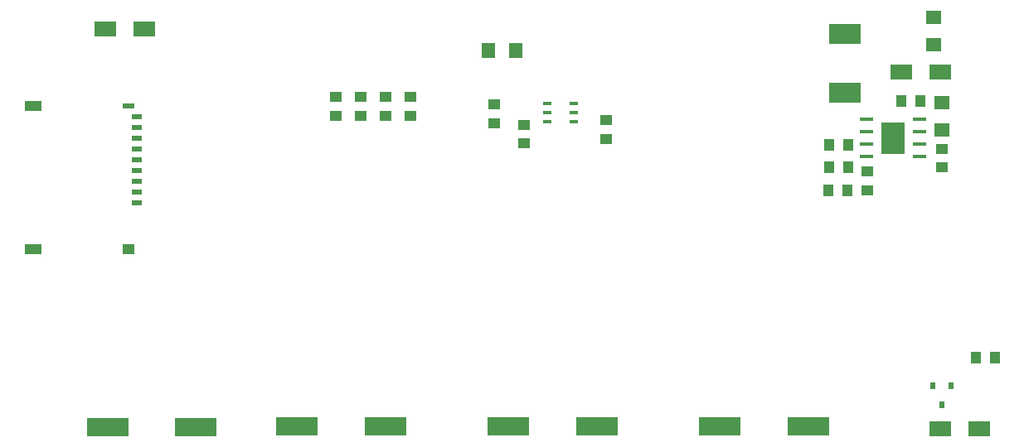
<source format=gbr>
G04 DipTrace 3.3.1.3*
G04 TopPaste.gbr*
%MOIN*%
G04 #@! TF.FileFunction,Paste,Top*
G04 #@! TF.Part,Single*
%ADD71R,0.035276X0.015591*%
%ADD73R,0.095118X0.130157*%
%ADD75R,0.054961X0.015984*%
%ADD87R,0.047087X0.023465*%
%ADD89R,0.047087X0.039213*%
%ADD91R,0.070709X0.039213*%
%ADD93R,0.04315X0.019528*%
%ADD95R,0.051024X0.04315*%
%ADD97R,0.023465X0.027402*%
%ADD101R,0.129764X0.084488*%
%ADD115R,0.090394X0.058898*%
%ADD117R,0.062835X0.054961*%
%ADD119R,0.04315X0.051024*%
%ADD121R,0.054961X0.062835*%
%ADD123R,0.169134X0.074646*%
%FSLAX26Y26*%
G04*
G70*
G90*
G75*
G01*
G04 TopPaste*
%LPD*%
D123*
X1181102Y1889764D3*
X826772D3*
X1943701Y1893701D3*
X1589370D3*
X2793701D3*
X2439370D3*
D121*
X2468701Y3406201D3*
X2358465D3*
D123*
X3643701Y1893701D3*
X3289370D3*
D119*
X4018701Y3201701D3*
X4093504D3*
D117*
X4180701Y3194701D3*
Y3084465D3*
X4147467Y3427722D3*
Y3537958D3*
D119*
X3803701Y3025701D3*
X3728898D3*
D115*
X818701Y3493701D3*
X976181D3*
X4018701Y3318701D3*
X4176181D3*
X4331201Y1881201D3*
X4173720D3*
D101*
X3791255Y3233992D3*
Y3472181D3*
D97*
X4218701Y2056201D3*
X4143898D3*
X4181299Y1977461D3*
D95*
X2499950Y3106201D3*
Y3031398D3*
X2043701Y3143701D3*
Y3218504D3*
X1943701Y3143701D3*
Y3218504D3*
X1843701Y3143701D3*
Y3218504D3*
X1743701Y3143701D3*
Y3218504D3*
D119*
X4318701Y2168701D3*
X4393504D3*
D95*
X3881701Y2843701D3*
Y2918504D3*
D119*
X3725701Y2843701D3*
X3800504D3*
D95*
X4180701Y2934701D3*
Y3009504D3*
D119*
X3803701Y2934701D3*
X3728898D3*
D93*
X943701Y2793701D3*
Y2837008D3*
Y2880315D3*
Y2923622D3*
Y2966929D3*
Y3010236D3*
Y3053543D3*
Y3096850D3*
Y3140157D3*
D91*
X528346Y2605512D3*
D89*
X910236D3*
D87*
Y3183465D3*
D91*
X528346D3*
D75*
X3878745Y3127753D3*
Y3077753D3*
Y3027753D3*
Y2977753D3*
X4091344D3*
Y3027753D3*
Y3077753D3*
Y3127753D3*
D73*
X3985045Y3052753D3*
D71*
X2593701Y3193701D3*
Y3156299D3*
Y3118898D3*
X2700000D3*
Y3156299D3*
Y3193701D3*
D95*
X2381201Y3187451D3*
Y3112648D3*
X2831201Y3124950D3*
Y3050147D3*
M02*

</source>
